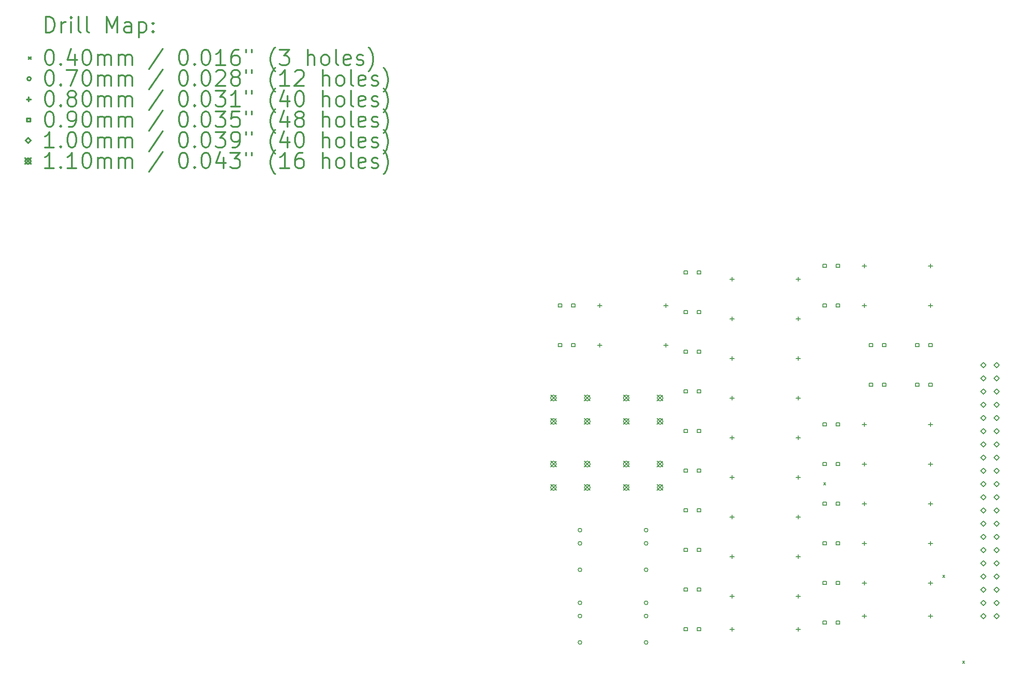
<source format=gbr>
%FSLAX45Y45*%
G04 Gerber Fmt 4.5, Leading zero omitted, Abs format (unit mm)*
G04 Created by KiCad (PCBNEW (5.1.5)-3) date 2020-04-13 15:09:35*
%MOMM*%
%LPD*%
G04 APERTURE LIST*
%ADD10C,0.200000*%
%ADD11C,0.300000*%
G04 APERTURE END LIST*
D10*
X15220000Y-9124000D02*
X15260000Y-9164000D01*
X15260000Y-9124000D02*
X15220000Y-9164000D01*
X17506000Y-10902000D02*
X17546000Y-10942000D01*
X17546000Y-10902000D02*
X17506000Y-10942000D01*
X17887000Y-12553000D02*
X17927000Y-12593000D01*
X17927000Y-12553000D02*
X17887000Y-12593000D01*
X11846000Y-11430000D02*
G75*
G03X11846000Y-11430000I-35000J0D01*
G01*
X11846000Y-11684000D02*
G75*
G03X11846000Y-11684000I-35000J0D01*
G01*
X11846000Y-12192000D02*
G75*
G03X11846000Y-12192000I-35000J0D01*
G01*
X10576000Y-10033000D02*
G75*
G03X10576000Y-10033000I-35000J0D01*
G01*
X10576000Y-10287000D02*
G75*
G03X10576000Y-10287000I-35000J0D01*
G01*
X10576000Y-10795000D02*
G75*
G03X10576000Y-10795000I-35000J0D01*
G01*
X11846000Y-10033000D02*
G75*
G03X11846000Y-10033000I-35000J0D01*
G01*
X11846000Y-10287000D02*
G75*
G03X11846000Y-10287000I-35000J0D01*
G01*
X11846000Y-10795000D02*
G75*
G03X11846000Y-10795000I-35000J0D01*
G01*
X10576000Y-11430000D02*
G75*
G03X10576000Y-11430000I-35000J0D01*
G01*
X10576000Y-11684000D02*
G75*
G03X10576000Y-11684000I-35000J0D01*
G01*
X10576000Y-12192000D02*
G75*
G03X10576000Y-12192000I-35000J0D01*
G01*
X16002000Y-4913000D02*
X16002000Y-4993000D01*
X15962000Y-4953000D02*
X16042000Y-4953000D01*
X17272000Y-4913000D02*
X17272000Y-4993000D01*
X17232000Y-4953000D02*
X17312000Y-4953000D01*
X13462000Y-11898000D02*
X13462000Y-11978000D01*
X13422000Y-11938000D02*
X13502000Y-11938000D01*
X14732000Y-11898000D02*
X14732000Y-11978000D01*
X14692000Y-11938000D02*
X14772000Y-11938000D01*
X13462000Y-8977000D02*
X13462000Y-9057000D01*
X13422000Y-9017000D02*
X13502000Y-9017000D01*
X14732000Y-8977000D02*
X14732000Y-9057000D01*
X14692000Y-9017000D02*
X14772000Y-9017000D01*
X16002000Y-8723000D02*
X16002000Y-8803000D01*
X15962000Y-8763000D02*
X16042000Y-8763000D01*
X17272000Y-8723000D02*
X17272000Y-8803000D01*
X17232000Y-8763000D02*
X17312000Y-8763000D01*
X16002000Y-10247000D02*
X16002000Y-10327000D01*
X15962000Y-10287000D02*
X16042000Y-10287000D01*
X17272000Y-10247000D02*
X17272000Y-10327000D01*
X17232000Y-10287000D02*
X17312000Y-10287000D01*
X13462000Y-6691000D02*
X13462000Y-6771000D01*
X13422000Y-6731000D02*
X13502000Y-6731000D01*
X14732000Y-6691000D02*
X14732000Y-6771000D01*
X14692000Y-6731000D02*
X14772000Y-6731000D01*
X13462000Y-10501000D02*
X13462000Y-10581000D01*
X13422000Y-10541000D02*
X13502000Y-10541000D01*
X14732000Y-10501000D02*
X14732000Y-10581000D01*
X14692000Y-10541000D02*
X14772000Y-10541000D01*
X16002000Y-9485000D02*
X16002000Y-9565000D01*
X15962000Y-9525000D02*
X16042000Y-9525000D01*
X17272000Y-9485000D02*
X17272000Y-9565000D01*
X17232000Y-9525000D02*
X17312000Y-9525000D01*
X13462000Y-7453000D02*
X13462000Y-7533000D01*
X13422000Y-7493000D02*
X13502000Y-7493000D01*
X14732000Y-7453000D02*
X14732000Y-7533000D01*
X14692000Y-7493000D02*
X14772000Y-7493000D01*
X10922000Y-5675000D02*
X10922000Y-5755000D01*
X10882000Y-5715000D02*
X10962000Y-5715000D01*
X12192000Y-5675000D02*
X12192000Y-5755000D01*
X12152000Y-5715000D02*
X12232000Y-5715000D01*
X10922000Y-6437000D02*
X10922000Y-6517000D01*
X10882000Y-6477000D02*
X10962000Y-6477000D01*
X12192000Y-6437000D02*
X12192000Y-6517000D01*
X12152000Y-6477000D02*
X12232000Y-6477000D01*
X16002000Y-7961000D02*
X16002000Y-8041000D01*
X15962000Y-8001000D02*
X16042000Y-8001000D01*
X17272000Y-7961000D02*
X17272000Y-8041000D01*
X17232000Y-8001000D02*
X17312000Y-8001000D01*
X13462000Y-11263000D02*
X13462000Y-11343000D01*
X13422000Y-11303000D02*
X13502000Y-11303000D01*
X14732000Y-11263000D02*
X14732000Y-11343000D01*
X14692000Y-11303000D02*
X14772000Y-11303000D01*
X13462000Y-5929000D02*
X13462000Y-6009000D01*
X13422000Y-5969000D02*
X13502000Y-5969000D01*
X14732000Y-5929000D02*
X14732000Y-6009000D01*
X14692000Y-5969000D02*
X14772000Y-5969000D01*
X16002000Y-11009000D02*
X16002000Y-11089000D01*
X15962000Y-11049000D02*
X16042000Y-11049000D01*
X17272000Y-11009000D02*
X17272000Y-11089000D01*
X17232000Y-11049000D02*
X17312000Y-11049000D01*
X13462000Y-9739000D02*
X13462000Y-9819000D01*
X13422000Y-9779000D02*
X13502000Y-9779000D01*
X14732000Y-9739000D02*
X14732000Y-9819000D01*
X14692000Y-9779000D02*
X14772000Y-9779000D01*
X13462000Y-8215000D02*
X13462000Y-8295000D01*
X13422000Y-8255000D02*
X13502000Y-8255000D01*
X14732000Y-8215000D02*
X14732000Y-8295000D01*
X14692000Y-8255000D02*
X14772000Y-8255000D01*
X16002000Y-11644000D02*
X16002000Y-11724000D01*
X15962000Y-11684000D02*
X16042000Y-11684000D01*
X17272000Y-11644000D02*
X17272000Y-11724000D01*
X17232000Y-11684000D02*
X17312000Y-11684000D01*
X13462000Y-5167000D02*
X13462000Y-5247000D01*
X13422000Y-5207000D02*
X13502000Y-5207000D01*
X14732000Y-5167000D02*
X14732000Y-5247000D01*
X14692000Y-5207000D02*
X14772000Y-5207000D01*
X16002000Y-5675000D02*
X16002000Y-5755000D01*
X15962000Y-5715000D02*
X16042000Y-5715000D01*
X17272000Y-5675000D02*
X17272000Y-5755000D01*
X17232000Y-5715000D02*
X17312000Y-5715000D01*
X16160820Y-7270820D02*
X16160820Y-7207180D01*
X16097180Y-7207180D01*
X16097180Y-7270820D01*
X16160820Y-7270820D01*
X16414820Y-7270820D02*
X16414820Y-7207180D01*
X16351180Y-7207180D01*
X16351180Y-7270820D01*
X16414820Y-7270820D01*
X12604820Y-9683820D02*
X12604820Y-9620180D01*
X12541180Y-9620180D01*
X12541180Y-9683820D01*
X12604820Y-9683820D01*
X12858820Y-9683820D02*
X12858820Y-9620180D01*
X12795180Y-9620180D01*
X12795180Y-9683820D01*
X12858820Y-9683820D01*
X12604820Y-11207820D02*
X12604820Y-11144180D01*
X12541180Y-11144180D01*
X12541180Y-11207820D01*
X12604820Y-11207820D01*
X12858820Y-11207820D02*
X12858820Y-11144180D01*
X12795180Y-11144180D01*
X12795180Y-11207820D01*
X12858820Y-11207820D01*
X17049820Y-6508820D02*
X17049820Y-6445180D01*
X16986180Y-6445180D01*
X16986180Y-6508820D01*
X17049820Y-6508820D01*
X17303820Y-6508820D02*
X17303820Y-6445180D01*
X17240180Y-6445180D01*
X17240180Y-6508820D01*
X17303820Y-6508820D01*
X12604820Y-10445820D02*
X12604820Y-10382180D01*
X12541180Y-10382180D01*
X12541180Y-10445820D01*
X12604820Y-10445820D01*
X12858820Y-10445820D02*
X12858820Y-10382180D01*
X12795180Y-10382180D01*
X12795180Y-10445820D01*
X12858820Y-10445820D01*
X15271820Y-11842820D02*
X15271820Y-11779180D01*
X15208180Y-11779180D01*
X15208180Y-11842820D01*
X15271820Y-11842820D01*
X15525820Y-11842820D02*
X15525820Y-11779180D01*
X15462180Y-11779180D01*
X15462180Y-11842820D01*
X15525820Y-11842820D01*
X15271820Y-10318820D02*
X15271820Y-10255180D01*
X15208180Y-10255180D01*
X15208180Y-10318820D01*
X15271820Y-10318820D01*
X15525820Y-10318820D02*
X15525820Y-10255180D01*
X15462180Y-10255180D01*
X15462180Y-10318820D01*
X15525820Y-10318820D01*
X15271820Y-5746820D02*
X15271820Y-5683180D01*
X15208180Y-5683180D01*
X15208180Y-5746820D01*
X15271820Y-5746820D01*
X15525820Y-5746820D02*
X15525820Y-5683180D01*
X15462180Y-5683180D01*
X15462180Y-5746820D01*
X15525820Y-5746820D01*
X15271820Y-11080820D02*
X15271820Y-11017180D01*
X15208180Y-11017180D01*
X15208180Y-11080820D01*
X15271820Y-11080820D01*
X15525820Y-11080820D02*
X15525820Y-11017180D01*
X15462180Y-11017180D01*
X15462180Y-11080820D01*
X15525820Y-11080820D01*
X12604820Y-6635820D02*
X12604820Y-6572180D01*
X12541180Y-6572180D01*
X12541180Y-6635820D01*
X12604820Y-6635820D01*
X12858820Y-6635820D02*
X12858820Y-6572180D01*
X12795180Y-6572180D01*
X12795180Y-6635820D01*
X12858820Y-6635820D01*
X12604820Y-5873820D02*
X12604820Y-5810180D01*
X12541180Y-5810180D01*
X12541180Y-5873820D01*
X12604820Y-5873820D01*
X12858820Y-5873820D02*
X12858820Y-5810180D01*
X12795180Y-5810180D01*
X12795180Y-5873820D01*
X12858820Y-5873820D01*
X10191820Y-6508820D02*
X10191820Y-6445180D01*
X10128180Y-6445180D01*
X10128180Y-6508820D01*
X10191820Y-6508820D01*
X10445820Y-6508820D02*
X10445820Y-6445180D01*
X10382180Y-6445180D01*
X10382180Y-6508820D01*
X10445820Y-6508820D01*
X10191820Y-5746820D02*
X10191820Y-5683180D01*
X10128180Y-5683180D01*
X10128180Y-5746820D01*
X10191820Y-5746820D01*
X10445820Y-5746820D02*
X10445820Y-5683180D01*
X10382180Y-5683180D01*
X10382180Y-5746820D01*
X10445820Y-5746820D01*
X15271820Y-9556820D02*
X15271820Y-9493180D01*
X15208180Y-9493180D01*
X15208180Y-9556820D01*
X15271820Y-9556820D01*
X15525820Y-9556820D02*
X15525820Y-9493180D01*
X15462180Y-9493180D01*
X15462180Y-9556820D01*
X15525820Y-9556820D01*
X17049820Y-7270820D02*
X17049820Y-7207180D01*
X16986180Y-7207180D01*
X16986180Y-7270820D01*
X17049820Y-7270820D01*
X17303820Y-7270820D02*
X17303820Y-7207180D01*
X17240180Y-7207180D01*
X17240180Y-7270820D01*
X17303820Y-7270820D01*
X15271820Y-4984820D02*
X15271820Y-4921180D01*
X15208180Y-4921180D01*
X15208180Y-4984820D01*
X15271820Y-4984820D01*
X15525820Y-4984820D02*
X15525820Y-4921180D01*
X15462180Y-4921180D01*
X15462180Y-4984820D01*
X15525820Y-4984820D01*
X12604820Y-8921820D02*
X12604820Y-8858180D01*
X12541180Y-8858180D01*
X12541180Y-8921820D01*
X12604820Y-8921820D01*
X12858820Y-8921820D02*
X12858820Y-8858180D01*
X12795180Y-8858180D01*
X12795180Y-8921820D01*
X12858820Y-8921820D01*
X12604820Y-11969820D02*
X12604820Y-11906180D01*
X12541180Y-11906180D01*
X12541180Y-11969820D01*
X12604820Y-11969820D01*
X12858820Y-11969820D02*
X12858820Y-11906180D01*
X12795180Y-11906180D01*
X12795180Y-11969820D01*
X12858820Y-11969820D01*
X16160820Y-6508820D02*
X16160820Y-6445180D01*
X16097180Y-6445180D01*
X16097180Y-6508820D01*
X16160820Y-6508820D01*
X16414820Y-6508820D02*
X16414820Y-6445180D01*
X16351180Y-6445180D01*
X16351180Y-6508820D01*
X16414820Y-6508820D01*
X15271820Y-8794820D02*
X15271820Y-8731180D01*
X15208180Y-8731180D01*
X15208180Y-8794820D01*
X15271820Y-8794820D01*
X15525820Y-8794820D02*
X15525820Y-8731180D01*
X15462180Y-8731180D01*
X15462180Y-8794820D01*
X15525820Y-8794820D01*
X15271820Y-8032820D02*
X15271820Y-7969180D01*
X15208180Y-7969180D01*
X15208180Y-8032820D01*
X15271820Y-8032820D01*
X15525820Y-8032820D02*
X15525820Y-7969180D01*
X15462180Y-7969180D01*
X15462180Y-8032820D01*
X15525820Y-8032820D01*
X12604820Y-7397820D02*
X12604820Y-7334180D01*
X12541180Y-7334180D01*
X12541180Y-7397820D01*
X12604820Y-7397820D01*
X12858820Y-7397820D02*
X12858820Y-7334180D01*
X12795180Y-7334180D01*
X12795180Y-7397820D01*
X12858820Y-7397820D01*
X12604820Y-5111820D02*
X12604820Y-5048180D01*
X12541180Y-5048180D01*
X12541180Y-5111820D01*
X12604820Y-5111820D01*
X12858820Y-5111820D02*
X12858820Y-5048180D01*
X12795180Y-5048180D01*
X12795180Y-5111820D01*
X12858820Y-5111820D01*
X12604820Y-8159820D02*
X12604820Y-8096180D01*
X12541180Y-8096180D01*
X12541180Y-8159820D01*
X12604820Y-8159820D01*
X12858820Y-8159820D02*
X12858820Y-8096180D01*
X12795180Y-8096180D01*
X12795180Y-8159820D01*
X12858820Y-8159820D01*
X18288000Y-6908000D02*
X18338000Y-6858000D01*
X18288000Y-6808000D01*
X18238000Y-6858000D01*
X18288000Y-6908000D01*
X18288000Y-7162000D02*
X18338000Y-7112000D01*
X18288000Y-7062000D01*
X18238000Y-7112000D01*
X18288000Y-7162000D01*
X18288000Y-7416000D02*
X18338000Y-7366000D01*
X18288000Y-7316000D01*
X18238000Y-7366000D01*
X18288000Y-7416000D01*
X18288000Y-7670000D02*
X18338000Y-7620000D01*
X18288000Y-7570000D01*
X18238000Y-7620000D01*
X18288000Y-7670000D01*
X18288000Y-7924000D02*
X18338000Y-7874000D01*
X18288000Y-7824000D01*
X18238000Y-7874000D01*
X18288000Y-7924000D01*
X18288000Y-8178000D02*
X18338000Y-8128000D01*
X18288000Y-8078000D01*
X18238000Y-8128000D01*
X18288000Y-8178000D01*
X18288000Y-8432000D02*
X18338000Y-8382000D01*
X18288000Y-8332000D01*
X18238000Y-8382000D01*
X18288000Y-8432000D01*
X18288000Y-8686000D02*
X18338000Y-8636000D01*
X18288000Y-8586000D01*
X18238000Y-8636000D01*
X18288000Y-8686000D01*
X18288000Y-8940000D02*
X18338000Y-8890000D01*
X18288000Y-8840000D01*
X18238000Y-8890000D01*
X18288000Y-8940000D01*
X18288000Y-9194000D02*
X18338000Y-9144000D01*
X18288000Y-9094000D01*
X18238000Y-9144000D01*
X18288000Y-9194000D01*
X18288000Y-9448000D02*
X18338000Y-9398000D01*
X18288000Y-9348000D01*
X18238000Y-9398000D01*
X18288000Y-9448000D01*
X18288000Y-9702000D02*
X18338000Y-9652000D01*
X18288000Y-9602000D01*
X18238000Y-9652000D01*
X18288000Y-9702000D01*
X18288000Y-9956000D02*
X18338000Y-9906000D01*
X18288000Y-9856000D01*
X18238000Y-9906000D01*
X18288000Y-9956000D01*
X18288000Y-10210000D02*
X18338000Y-10160000D01*
X18288000Y-10110000D01*
X18238000Y-10160000D01*
X18288000Y-10210000D01*
X18288000Y-10464000D02*
X18338000Y-10414000D01*
X18288000Y-10364000D01*
X18238000Y-10414000D01*
X18288000Y-10464000D01*
X18288000Y-10718000D02*
X18338000Y-10668000D01*
X18288000Y-10618000D01*
X18238000Y-10668000D01*
X18288000Y-10718000D01*
X18288000Y-10972000D02*
X18338000Y-10922000D01*
X18288000Y-10872000D01*
X18238000Y-10922000D01*
X18288000Y-10972000D01*
X18288000Y-11226000D02*
X18338000Y-11176000D01*
X18288000Y-11126000D01*
X18238000Y-11176000D01*
X18288000Y-11226000D01*
X18288000Y-11480000D02*
X18338000Y-11430000D01*
X18288000Y-11380000D01*
X18238000Y-11430000D01*
X18288000Y-11480000D01*
X18288000Y-11734000D02*
X18338000Y-11684000D01*
X18288000Y-11634000D01*
X18238000Y-11684000D01*
X18288000Y-11734000D01*
X18542000Y-6908000D02*
X18592000Y-6858000D01*
X18542000Y-6808000D01*
X18492000Y-6858000D01*
X18542000Y-6908000D01*
X18542000Y-7162000D02*
X18592000Y-7112000D01*
X18542000Y-7062000D01*
X18492000Y-7112000D01*
X18542000Y-7162000D01*
X18542000Y-7416000D02*
X18592000Y-7366000D01*
X18542000Y-7316000D01*
X18492000Y-7366000D01*
X18542000Y-7416000D01*
X18542000Y-7670000D02*
X18592000Y-7620000D01*
X18542000Y-7570000D01*
X18492000Y-7620000D01*
X18542000Y-7670000D01*
X18542000Y-7924000D02*
X18592000Y-7874000D01*
X18542000Y-7824000D01*
X18492000Y-7874000D01*
X18542000Y-7924000D01*
X18542000Y-8178000D02*
X18592000Y-8128000D01*
X18542000Y-8078000D01*
X18492000Y-8128000D01*
X18542000Y-8178000D01*
X18542000Y-8432000D02*
X18592000Y-8382000D01*
X18542000Y-8332000D01*
X18492000Y-8382000D01*
X18542000Y-8432000D01*
X18542000Y-8686000D02*
X18592000Y-8636000D01*
X18542000Y-8586000D01*
X18492000Y-8636000D01*
X18542000Y-8686000D01*
X18542000Y-8940000D02*
X18592000Y-8890000D01*
X18542000Y-8840000D01*
X18492000Y-8890000D01*
X18542000Y-8940000D01*
X18542000Y-9194000D02*
X18592000Y-9144000D01*
X18542000Y-9094000D01*
X18492000Y-9144000D01*
X18542000Y-9194000D01*
X18542000Y-9448000D02*
X18592000Y-9398000D01*
X18542000Y-9348000D01*
X18492000Y-9398000D01*
X18542000Y-9448000D01*
X18542000Y-9702000D02*
X18592000Y-9652000D01*
X18542000Y-9602000D01*
X18492000Y-9652000D01*
X18542000Y-9702000D01*
X18542000Y-9956000D02*
X18592000Y-9906000D01*
X18542000Y-9856000D01*
X18492000Y-9906000D01*
X18542000Y-9956000D01*
X18542000Y-10210000D02*
X18592000Y-10160000D01*
X18542000Y-10110000D01*
X18492000Y-10160000D01*
X18542000Y-10210000D01*
X18542000Y-10464000D02*
X18592000Y-10414000D01*
X18542000Y-10364000D01*
X18492000Y-10414000D01*
X18542000Y-10464000D01*
X18542000Y-10718000D02*
X18592000Y-10668000D01*
X18542000Y-10618000D01*
X18492000Y-10668000D01*
X18542000Y-10718000D01*
X18542000Y-10972000D02*
X18592000Y-10922000D01*
X18542000Y-10872000D01*
X18492000Y-10922000D01*
X18542000Y-10972000D01*
X18542000Y-11226000D02*
X18592000Y-11176000D01*
X18542000Y-11126000D01*
X18492000Y-11176000D01*
X18542000Y-11226000D01*
X18542000Y-11480000D02*
X18592000Y-11430000D01*
X18542000Y-11380000D01*
X18492000Y-11430000D01*
X18542000Y-11480000D01*
X18542000Y-11734000D02*
X18592000Y-11684000D01*
X18542000Y-11634000D01*
X18492000Y-11684000D01*
X18542000Y-11734000D01*
X9978000Y-8708000D02*
X10088000Y-8818000D01*
X10088000Y-8708000D02*
X9978000Y-8818000D01*
X10088000Y-8763000D02*
G75*
G03X10088000Y-8763000I-55000J0D01*
G01*
X9978000Y-9158000D02*
X10088000Y-9268000D01*
X10088000Y-9158000D02*
X9978000Y-9268000D01*
X10088000Y-9213000D02*
G75*
G03X10088000Y-9213000I-55000J0D01*
G01*
X10628000Y-8708000D02*
X10738000Y-8818000D01*
X10738000Y-8708000D02*
X10628000Y-8818000D01*
X10738000Y-8763000D02*
G75*
G03X10738000Y-8763000I-55000J0D01*
G01*
X10628000Y-9158000D02*
X10738000Y-9268000D01*
X10738000Y-9158000D02*
X10628000Y-9268000D01*
X10738000Y-9213000D02*
G75*
G03X10738000Y-9213000I-55000J0D01*
G01*
X11375000Y-7438000D02*
X11485000Y-7548000D01*
X11485000Y-7438000D02*
X11375000Y-7548000D01*
X11485000Y-7493000D02*
G75*
G03X11485000Y-7493000I-55000J0D01*
G01*
X11375000Y-7888000D02*
X11485000Y-7998000D01*
X11485000Y-7888000D02*
X11375000Y-7998000D01*
X11485000Y-7943000D02*
G75*
G03X11485000Y-7943000I-55000J0D01*
G01*
X12025000Y-7438000D02*
X12135000Y-7548000D01*
X12135000Y-7438000D02*
X12025000Y-7548000D01*
X12135000Y-7493000D02*
G75*
G03X12135000Y-7493000I-55000J0D01*
G01*
X12025000Y-7888000D02*
X12135000Y-7998000D01*
X12135000Y-7888000D02*
X12025000Y-7998000D01*
X12135000Y-7943000D02*
G75*
G03X12135000Y-7943000I-55000J0D01*
G01*
X9978000Y-7438000D02*
X10088000Y-7548000D01*
X10088000Y-7438000D02*
X9978000Y-7548000D01*
X10088000Y-7493000D02*
G75*
G03X10088000Y-7493000I-55000J0D01*
G01*
X9978000Y-7888000D02*
X10088000Y-7998000D01*
X10088000Y-7888000D02*
X9978000Y-7998000D01*
X10088000Y-7943000D02*
G75*
G03X10088000Y-7943000I-55000J0D01*
G01*
X10628000Y-7438000D02*
X10738000Y-7548000D01*
X10738000Y-7438000D02*
X10628000Y-7548000D01*
X10738000Y-7493000D02*
G75*
G03X10738000Y-7493000I-55000J0D01*
G01*
X10628000Y-7888000D02*
X10738000Y-7998000D01*
X10738000Y-7888000D02*
X10628000Y-7998000D01*
X10738000Y-7943000D02*
G75*
G03X10738000Y-7943000I-55000J0D01*
G01*
X11375000Y-8708000D02*
X11485000Y-8818000D01*
X11485000Y-8708000D02*
X11375000Y-8818000D01*
X11485000Y-8763000D02*
G75*
G03X11485000Y-8763000I-55000J0D01*
G01*
X11375000Y-9158000D02*
X11485000Y-9268000D01*
X11485000Y-9158000D02*
X11375000Y-9268000D01*
X11485000Y-9213000D02*
G75*
G03X11485000Y-9213000I-55000J0D01*
G01*
X12025000Y-8708000D02*
X12135000Y-8818000D01*
X12135000Y-8708000D02*
X12025000Y-8818000D01*
X12135000Y-8763000D02*
G75*
G03X12135000Y-8763000I-55000J0D01*
G01*
X12025000Y-9158000D02*
X12135000Y-9268000D01*
X12135000Y-9158000D02*
X12025000Y-9268000D01*
X12135000Y-9213000D02*
G75*
G03X12135000Y-9213000I-55000J0D01*
G01*
D11*
X286429Y-465714D02*
X286429Y-165714D01*
X357857Y-165714D01*
X400714Y-180000D01*
X429286Y-208571D01*
X443571Y-237143D01*
X457857Y-294286D01*
X457857Y-337143D01*
X443571Y-394286D01*
X429286Y-422857D01*
X400714Y-451428D01*
X357857Y-465714D01*
X286429Y-465714D01*
X586429Y-465714D02*
X586429Y-265714D01*
X586429Y-322857D02*
X600714Y-294286D01*
X615000Y-280000D01*
X643571Y-265714D01*
X672143Y-265714D01*
X772143Y-465714D02*
X772143Y-265714D01*
X772143Y-165714D02*
X757857Y-180000D01*
X772143Y-194286D01*
X786428Y-180000D01*
X772143Y-165714D01*
X772143Y-194286D01*
X957857Y-465714D02*
X929286Y-451428D01*
X915000Y-422857D01*
X915000Y-165714D01*
X1115000Y-465714D02*
X1086429Y-451428D01*
X1072143Y-422857D01*
X1072143Y-165714D01*
X1457857Y-465714D02*
X1457857Y-165714D01*
X1557857Y-380000D01*
X1657857Y-165714D01*
X1657857Y-465714D01*
X1929286Y-465714D02*
X1929286Y-308571D01*
X1915000Y-280000D01*
X1886428Y-265714D01*
X1829286Y-265714D01*
X1800714Y-280000D01*
X1929286Y-451428D02*
X1900714Y-465714D01*
X1829286Y-465714D01*
X1800714Y-451428D01*
X1786428Y-422857D01*
X1786428Y-394286D01*
X1800714Y-365714D01*
X1829286Y-351428D01*
X1900714Y-351428D01*
X1929286Y-337143D01*
X2072143Y-265714D02*
X2072143Y-565714D01*
X2072143Y-280000D02*
X2100714Y-265714D01*
X2157857Y-265714D01*
X2186429Y-280000D01*
X2200714Y-294286D01*
X2215000Y-322857D01*
X2215000Y-408571D01*
X2200714Y-437143D01*
X2186429Y-451428D01*
X2157857Y-465714D01*
X2100714Y-465714D01*
X2072143Y-451428D01*
X2343571Y-437143D02*
X2357857Y-451428D01*
X2343571Y-465714D01*
X2329286Y-451428D01*
X2343571Y-437143D01*
X2343571Y-465714D01*
X2343571Y-280000D02*
X2357857Y-294286D01*
X2343571Y-308571D01*
X2329286Y-294286D01*
X2343571Y-280000D01*
X2343571Y-308571D01*
X-40000Y-940000D02*
X0Y-980000D01*
X0Y-940000D02*
X-40000Y-980000D01*
X343571Y-795714D02*
X372143Y-795714D01*
X400714Y-810000D01*
X415000Y-824286D01*
X429286Y-852857D01*
X443571Y-910000D01*
X443571Y-981428D01*
X429286Y-1038571D01*
X415000Y-1067143D01*
X400714Y-1081429D01*
X372143Y-1095714D01*
X343571Y-1095714D01*
X315000Y-1081429D01*
X300714Y-1067143D01*
X286429Y-1038571D01*
X272143Y-981428D01*
X272143Y-910000D01*
X286429Y-852857D01*
X300714Y-824286D01*
X315000Y-810000D01*
X343571Y-795714D01*
X572143Y-1067143D02*
X586429Y-1081429D01*
X572143Y-1095714D01*
X557857Y-1081429D01*
X572143Y-1067143D01*
X572143Y-1095714D01*
X843571Y-895714D02*
X843571Y-1095714D01*
X772143Y-781428D02*
X700714Y-995714D01*
X886428Y-995714D01*
X1057857Y-795714D02*
X1086429Y-795714D01*
X1115000Y-810000D01*
X1129286Y-824286D01*
X1143571Y-852857D01*
X1157857Y-910000D01*
X1157857Y-981428D01*
X1143571Y-1038571D01*
X1129286Y-1067143D01*
X1115000Y-1081429D01*
X1086429Y-1095714D01*
X1057857Y-1095714D01*
X1029286Y-1081429D01*
X1015000Y-1067143D01*
X1000714Y-1038571D01*
X986428Y-981428D01*
X986428Y-910000D01*
X1000714Y-852857D01*
X1015000Y-824286D01*
X1029286Y-810000D01*
X1057857Y-795714D01*
X1286429Y-1095714D02*
X1286429Y-895714D01*
X1286429Y-924286D02*
X1300714Y-910000D01*
X1329286Y-895714D01*
X1372143Y-895714D01*
X1400714Y-910000D01*
X1415000Y-938571D01*
X1415000Y-1095714D01*
X1415000Y-938571D02*
X1429286Y-910000D01*
X1457857Y-895714D01*
X1500714Y-895714D01*
X1529286Y-910000D01*
X1543571Y-938571D01*
X1543571Y-1095714D01*
X1686428Y-1095714D02*
X1686428Y-895714D01*
X1686428Y-924286D02*
X1700714Y-910000D01*
X1729286Y-895714D01*
X1772143Y-895714D01*
X1800714Y-910000D01*
X1815000Y-938571D01*
X1815000Y-1095714D01*
X1815000Y-938571D02*
X1829286Y-910000D01*
X1857857Y-895714D01*
X1900714Y-895714D01*
X1929286Y-910000D01*
X1943571Y-938571D01*
X1943571Y-1095714D01*
X2529286Y-781428D02*
X2272143Y-1167143D01*
X2915000Y-795714D02*
X2943571Y-795714D01*
X2972143Y-810000D01*
X2986428Y-824286D01*
X3000714Y-852857D01*
X3015000Y-910000D01*
X3015000Y-981428D01*
X3000714Y-1038571D01*
X2986428Y-1067143D01*
X2972143Y-1081429D01*
X2943571Y-1095714D01*
X2915000Y-1095714D01*
X2886428Y-1081429D01*
X2872143Y-1067143D01*
X2857857Y-1038571D01*
X2843571Y-981428D01*
X2843571Y-910000D01*
X2857857Y-852857D01*
X2872143Y-824286D01*
X2886428Y-810000D01*
X2915000Y-795714D01*
X3143571Y-1067143D02*
X3157857Y-1081429D01*
X3143571Y-1095714D01*
X3129286Y-1081429D01*
X3143571Y-1067143D01*
X3143571Y-1095714D01*
X3343571Y-795714D02*
X3372143Y-795714D01*
X3400714Y-810000D01*
X3415000Y-824286D01*
X3429286Y-852857D01*
X3443571Y-910000D01*
X3443571Y-981428D01*
X3429286Y-1038571D01*
X3415000Y-1067143D01*
X3400714Y-1081429D01*
X3372143Y-1095714D01*
X3343571Y-1095714D01*
X3315000Y-1081429D01*
X3300714Y-1067143D01*
X3286428Y-1038571D01*
X3272143Y-981428D01*
X3272143Y-910000D01*
X3286428Y-852857D01*
X3300714Y-824286D01*
X3315000Y-810000D01*
X3343571Y-795714D01*
X3729286Y-1095714D02*
X3557857Y-1095714D01*
X3643571Y-1095714D02*
X3643571Y-795714D01*
X3615000Y-838571D01*
X3586428Y-867143D01*
X3557857Y-881428D01*
X3986428Y-795714D02*
X3929286Y-795714D01*
X3900714Y-810000D01*
X3886428Y-824286D01*
X3857857Y-867143D01*
X3843571Y-924286D01*
X3843571Y-1038571D01*
X3857857Y-1067143D01*
X3872143Y-1081429D01*
X3900714Y-1095714D01*
X3957857Y-1095714D01*
X3986428Y-1081429D01*
X4000714Y-1067143D01*
X4015000Y-1038571D01*
X4015000Y-967143D01*
X4000714Y-938571D01*
X3986428Y-924286D01*
X3957857Y-910000D01*
X3900714Y-910000D01*
X3872143Y-924286D01*
X3857857Y-938571D01*
X3843571Y-967143D01*
X4129286Y-795714D02*
X4129286Y-852857D01*
X4243571Y-795714D02*
X4243571Y-852857D01*
X4686429Y-1210000D02*
X4672143Y-1195714D01*
X4643571Y-1152857D01*
X4629286Y-1124286D01*
X4615000Y-1081429D01*
X4600714Y-1010000D01*
X4600714Y-952857D01*
X4615000Y-881428D01*
X4629286Y-838571D01*
X4643571Y-810000D01*
X4672143Y-767143D01*
X4686429Y-752857D01*
X4772143Y-795714D02*
X4957857Y-795714D01*
X4857857Y-910000D01*
X4900714Y-910000D01*
X4929286Y-924286D01*
X4943571Y-938571D01*
X4957857Y-967143D01*
X4957857Y-1038571D01*
X4943571Y-1067143D01*
X4929286Y-1081429D01*
X4900714Y-1095714D01*
X4815000Y-1095714D01*
X4786429Y-1081429D01*
X4772143Y-1067143D01*
X5315000Y-1095714D02*
X5315000Y-795714D01*
X5443571Y-1095714D02*
X5443571Y-938571D01*
X5429286Y-910000D01*
X5400714Y-895714D01*
X5357857Y-895714D01*
X5329286Y-910000D01*
X5315000Y-924286D01*
X5629286Y-1095714D02*
X5600714Y-1081429D01*
X5586429Y-1067143D01*
X5572143Y-1038571D01*
X5572143Y-952857D01*
X5586429Y-924286D01*
X5600714Y-910000D01*
X5629286Y-895714D01*
X5672143Y-895714D01*
X5700714Y-910000D01*
X5715000Y-924286D01*
X5729286Y-952857D01*
X5729286Y-1038571D01*
X5715000Y-1067143D01*
X5700714Y-1081429D01*
X5672143Y-1095714D01*
X5629286Y-1095714D01*
X5900714Y-1095714D02*
X5872143Y-1081429D01*
X5857857Y-1052857D01*
X5857857Y-795714D01*
X6129286Y-1081429D02*
X6100714Y-1095714D01*
X6043571Y-1095714D01*
X6015000Y-1081429D01*
X6000714Y-1052857D01*
X6000714Y-938571D01*
X6015000Y-910000D01*
X6043571Y-895714D01*
X6100714Y-895714D01*
X6129286Y-910000D01*
X6143571Y-938571D01*
X6143571Y-967143D01*
X6000714Y-995714D01*
X6257857Y-1081429D02*
X6286428Y-1095714D01*
X6343571Y-1095714D01*
X6372143Y-1081429D01*
X6386428Y-1052857D01*
X6386428Y-1038571D01*
X6372143Y-1010000D01*
X6343571Y-995714D01*
X6300714Y-995714D01*
X6272143Y-981428D01*
X6257857Y-952857D01*
X6257857Y-938571D01*
X6272143Y-910000D01*
X6300714Y-895714D01*
X6343571Y-895714D01*
X6372143Y-910000D01*
X6486428Y-1210000D02*
X6500714Y-1195714D01*
X6529286Y-1152857D01*
X6543571Y-1124286D01*
X6557857Y-1081429D01*
X6572143Y-1010000D01*
X6572143Y-952857D01*
X6557857Y-881428D01*
X6543571Y-838571D01*
X6529286Y-810000D01*
X6500714Y-767143D01*
X6486428Y-752857D01*
X0Y-1356000D02*
G75*
G03X0Y-1356000I-35000J0D01*
G01*
X343571Y-1191714D02*
X372143Y-1191714D01*
X400714Y-1206000D01*
X415000Y-1220286D01*
X429286Y-1248857D01*
X443571Y-1306000D01*
X443571Y-1377429D01*
X429286Y-1434571D01*
X415000Y-1463143D01*
X400714Y-1477428D01*
X372143Y-1491714D01*
X343571Y-1491714D01*
X315000Y-1477428D01*
X300714Y-1463143D01*
X286429Y-1434571D01*
X272143Y-1377429D01*
X272143Y-1306000D01*
X286429Y-1248857D01*
X300714Y-1220286D01*
X315000Y-1206000D01*
X343571Y-1191714D01*
X572143Y-1463143D02*
X586429Y-1477428D01*
X572143Y-1491714D01*
X557857Y-1477428D01*
X572143Y-1463143D01*
X572143Y-1491714D01*
X686429Y-1191714D02*
X886428Y-1191714D01*
X757857Y-1491714D01*
X1057857Y-1191714D02*
X1086429Y-1191714D01*
X1115000Y-1206000D01*
X1129286Y-1220286D01*
X1143571Y-1248857D01*
X1157857Y-1306000D01*
X1157857Y-1377429D01*
X1143571Y-1434571D01*
X1129286Y-1463143D01*
X1115000Y-1477428D01*
X1086429Y-1491714D01*
X1057857Y-1491714D01*
X1029286Y-1477428D01*
X1015000Y-1463143D01*
X1000714Y-1434571D01*
X986428Y-1377429D01*
X986428Y-1306000D01*
X1000714Y-1248857D01*
X1015000Y-1220286D01*
X1029286Y-1206000D01*
X1057857Y-1191714D01*
X1286429Y-1491714D02*
X1286429Y-1291714D01*
X1286429Y-1320286D02*
X1300714Y-1306000D01*
X1329286Y-1291714D01*
X1372143Y-1291714D01*
X1400714Y-1306000D01*
X1415000Y-1334571D01*
X1415000Y-1491714D01*
X1415000Y-1334571D02*
X1429286Y-1306000D01*
X1457857Y-1291714D01*
X1500714Y-1291714D01*
X1529286Y-1306000D01*
X1543571Y-1334571D01*
X1543571Y-1491714D01*
X1686428Y-1491714D02*
X1686428Y-1291714D01*
X1686428Y-1320286D02*
X1700714Y-1306000D01*
X1729286Y-1291714D01*
X1772143Y-1291714D01*
X1800714Y-1306000D01*
X1815000Y-1334571D01*
X1815000Y-1491714D01*
X1815000Y-1334571D02*
X1829286Y-1306000D01*
X1857857Y-1291714D01*
X1900714Y-1291714D01*
X1929286Y-1306000D01*
X1943571Y-1334571D01*
X1943571Y-1491714D01*
X2529286Y-1177429D02*
X2272143Y-1563143D01*
X2915000Y-1191714D02*
X2943571Y-1191714D01*
X2972143Y-1206000D01*
X2986428Y-1220286D01*
X3000714Y-1248857D01*
X3015000Y-1306000D01*
X3015000Y-1377429D01*
X3000714Y-1434571D01*
X2986428Y-1463143D01*
X2972143Y-1477428D01*
X2943571Y-1491714D01*
X2915000Y-1491714D01*
X2886428Y-1477428D01*
X2872143Y-1463143D01*
X2857857Y-1434571D01*
X2843571Y-1377429D01*
X2843571Y-1306000D01*
X2857857Y-1248857D01*
X2872143Y-1220286D01*
X2886428Y-1206000D01*
X2915000Y-1191714D01*
X3143571Y-1463143D02*
X3157857Y-1477428D01*
X3143571Y-1491714D01*
X3129286Y-1477428D01*
X3143571Y-1463143D01*
X3143571Y-1491714D01*
X3343571Y-1191714D02*
X3372143Y-1191714D01*
X3400714Y-1206000D01*
X3415000Y-1220286D01*
X3429286Y-1248857D01*
X3443571Y-1306000D01*
X3443571Y-1377429D01*
X3429286Y-1434571D01*
X3415000Y-1463143D01*
X3400714Y-1477428D01*
X3372143Y-1491714D01*
X3343571Y-1491714D01*
X3315000Y-1477428D01*
X3300714Y-1463143D01*
X3286428Y-1434571D01*
X3272143Y-1377429D01*
X3272143Y-1306000D01*
X3286428Y-1248857D01*
X3300714Y-1220286D01*
X3315000Y-1206000D01*
X3343571Y-1191714D01*
X3557857Y-1220286D02*
X3572143Y-1206000D01*
X3600714Y-1191714D01*
X3672143Y-1191714D01*
X3700714Y-1206000D01*
X3715000Y-1220286D01*
X3729286Y-1248857D01*
X3729286Y-1277429D01*
X3715000Y-1320286D01*
X3543571Y-1491714D01*
X3729286Y-1491714D01*
X3900714Y-1320286D02*
X3872143Y-1306000D01*
X3857857Y-1291714D01*
X3843571Y-1263143D01*
X3843571Y-1248857D01*
X3857857Y-1220286D01*
X3872143Y-1206000D01*
X3900714Y-1191714D01*
X3957857Y-1191714D01*
X3986428Y-1206000D01*
X4000714Y-1220286D01*
X4015000Y-1248857D01*
X4015000Y-1263143D01*
X4000714Y-1291714D01*
X3986428Y-1306000D01*
X3957857Y-1320286D01*
X3900714Y-1320286D01*
X3872143Y-1334571D01*
X3857857Y-1348857D01*
X3843571Y-1377429D01*
X3843571Y-1434571D01*
X3857857Y-1463143D01*
X3872143Y-1477428D01*
X3900714Y-1491714D01*
X3957857Y-1491714D01*
X3986428Y-1477428D01*
X4000714Y-1463143D01*
X4015000Y-1434571D01*
X4015000Y-1377429D01*
X4000714Y-1348857D01*
X3986428Y-1334571D01*
X3957857Y-1320286D01*
X4129286Y-1191714D02*
X4129286Y-1248857D01*
X4243571Y-1191714D02*
X4243571Y-1248857D01*
X4686429Y-1606000D02*
X4672143Y-1591714D01*
X4643571Y-1548857D01*
X4629286Y-1520286D01*
X4615000Y-1477428D01*
X4600714Y-1406000D01*
X4600714Y-1348857D01*
X4615000Y-1277429D01*
X4629286Y-1234571D01*
X4643571Y-1206000D01*
X4672143Y-1163143D01*
X4686429Y-1148857D01*
X4957857Y-1491714D02*
X4786429Y-1491714D01*
X4872143Y-1491714D02*
X4872143Y-1191714D01*
X4843571Y-1234571D01*
X4815000Y-1263143D01*
X4786429Y-1277429D01*
X5072143Y-1220286D02*
X5086429Y-1206000D01*
X5115000Y-1191714D01*
X5186429Y-1191714D01*
X5215000Y-1206000D01*
X5229286Y-1220286D01*
X5243571Y-1248857D01*
X5243571Y-1277429D01*
X5229286Y-1320286D01*
X5057857Y-1491714D01*
X5243571Y-1491714D01*
X5600714Y-1491714D02*
X5600714Y-1191714D01*
X5729286Y-1491714D02*
X5729286Y-1334571D01*
X5715000Y-1306000D01*
X5686428Y-1291714D01*
X5643571Y-1291714D01*
X5615000Y-1306000D01*
X5600714Y-1320286D01*
X5915000Y-1491714D02*
X5886428Y-1477428D01*
X5872143Y-1463143D01*
X5857857Y-1434571D01*
X5857857Y-1348857D01*
X5872143Y-1320286D01*
X5886428Y-1306000D01*
X5915000Y-1291714D01*
X5957857Y-1291714D01*
X5986428Y-1306000D01*
X6000714Y-1320286D01*
X6015000Y-1348857D01*
X6015000Y-1434571D01*
X6000714Y-1463143D01*
X5986428Y-1477428D01*
X5957857Y-1491714D01*
X5915000Y-1491714D01*
X6186428Y-1491714D02*
X6157857Y-1477428D01*
X6143571Y-1448857D01*
X6143571Y-1191714D01*
X6415000Y-1477428D02*
X6386428Y-1491714D01*
X6329286Y-1491714D01*
X6300714Y-1477428D01*
X6286428Y-1448857D01*
X6286428Y-1334571D01*
X6300714Y-1306000D01*
X6329286Y-1291714D01*
X6386428Y-1291714D01*
X6415000Y-1306000D01*
X6429286Y-1334571D01*
X6429286Y-1363143D01*
X6286428Y-1391714D01*
X6543571Y-1477428D02*
X6572143Y-1491714D01*
X6629286Y-1491714D01*
X6657857Y-1477428D01*
X6672143Y-1448857D01*
X6672143Y-1434571D01*
X6657857Y-1406000D01*
X6629286Y-1391714D01*
X6586428Y-1391714D01*
X6557857Y-1377429D01*
X6543571Y-1348857D01*
X6543571Y-1334571D01*
X6557857Y-1306000D01*
X6586428Y-1291714D01*
X6629286Y-1291714D01*
X6657857Y-1306000D01*
X6772143Y-1606000D02*
X6786428Y-1591714D01*
X6815000Y-1548857D01*
X6829286Y-1520286D01*
X6843571Y-1477428D01*
X6857857Y-1406000D01*
X6857857Y-1348857D01*
X6843571Y-1277429D01*
X6829286Y-1234571D01*
X6815000Y-1206000D01*
X6786428Y-1163143D01*
X6772143Y-1148857D01*
X-40000Y-1712000D02*
X-40000Y-1792000D01*
X-80000Y-1752000D02*
X0Y-1752000D01*
X343571Y-1587714D02*
X372143Y-1587714D01*
X400714Y-1602000D01*
X415000Y-1616286D01*
X429286Y-1644857D01*
X443571Y-1702000D01*
X443571Y-1773428D01*
X429286Y-1830571D01*
X415000Y-1859143D01*
X400714Y-1873428D01*
X372143Y-1887714D01*
X343571Y-1887714D01*
X315000Y-1873428D01*
X300714Y-1859143D01*
X286429Y-1830571D01*
X272143Y-1773428D01*
X272143Y-1702000D01*
X286429Y-1644857D01*
X300714Y-1616286D01*
X315000Y-1602000D01*
X343571Y-1587714D01*
X572143Y-1859143D02*
X586429Y-1873428D01*
X572143Y-1887714D01*
X557857Y-1873428D01*
X572143Y-1859143D01*
X572143Y-1887714D01*
X757857Y-1716286D02*
X729286Y-1702000D01*
X715000Y-1687714D01*
X700714Y-1659143D01*
X700714Y-1644857D01*
X715000Y-1616286D01*
X729286Y-1602000D01*
X757857Y-1587714D01*
X815000Y-1587714D01*
X843571Y-1602000D01*
X857857Y-1616286D01*
X872143Y-1644857D01*
X872143Y-1659143D01*
X857857Y-1687714D01*
X843571Y-1702000D01*
X815000Y-1716286D01*
X757857Y-1716286D01*
X729286Y-1730571D01*
X715000Y-1744857D01*
X700714Y-1773428D01*
X700714Y-1830571D01*
X715000Y-1859143D01*
X729286Y-1873428D01*
X757857Y-1887714D01*
X815000Y-1887714D01*
X843571Y-1873428D01*
X857857Y-1859143D01*
X872143Y-1830571D01*
X872143Y-1773428D01*
X857857Y-1744857D01*
X843571Y-1730571D01*
X815000Y-1716286D01*
X1057857Y-1587714D02*
X1086429Y-1587714D01*
X1115000Y-1602000D01*
X1129286Y-1616286D01*
X1143571Y-1644857D01*
X1157857Y-1702000D01*
X1157857Y-1773428D01*
X1143571Y-1830571D01*
X1129286Y-1859143D01*
X1115000Y-1873428D01*
X1086429Y-1887714D01*
X1057857Y-1887714D01*
X1029286Y-1873428D01*
X1015000Y-1859143D01*
X1000714Y-1830571D01*
X986428Y-1773428D01*
X986428Y-1702000D01*
X1000714Y-1644857D01*
X1015000Y-1616286D01*
X1029286Y-1602000D01*
X1057857Y-1587714D01*
X1286429Y-1887714D02*
X1286429Y-1687714D01*
X1286429Y-1716286D02*
X1300714Y-1702000D01*
X1329286Y-1687714D01*
X1372143Y-1687714D01*
X1400714Y-1702000D01*
X1415000Y-1730571D01*
X1415000Y-1887714D01*
X1415000Y-1730571D02*
X1429286Y-1702000D01*
X1457857Y-1687714D01*
X1500714Y-1687714D01*
X1529286Y-1702000D01*
X1543571Y-1730571D01*
X1543571Y-1887714D01*
X1686428Y-1887714D02*
X1686428Y-1687714D01*
X1686428Y-1716286D02*
X1700714Y-1702000D01*
X1729286Y-1687714D01*
X1772143Y-1687714D01*
X1800714Y-1702000D01*
X1815000Y-1730571D01*
X1815000Y-1887714D01*
X1815000Y-1730571D02*
X1829286Y-1702000D01*
X1857857Y-1687714D01*
X1900714Y-1687714D01*
X1929286Y-1702000D01*
X1943571Y-1730571D01*
X1943571Y-1887714D01*
X2529286Y-1573428D02*
X2272143Y-1959143D01*
X2915000Y-1587714D02*
X2943571Y-1587714D01*
X2972143Y-1602000D01*
X2986428Y-1616286D01*
X3000714Y-1644857D01*
X3015000Y-1702000D01*
X3015000Y-1773428D01*
X3000714Y-1830571D01*
X2986428Y-1859143D01*
X2972143Y-1873428D01*
X2943571Y-1887714D01*
X2915000Y-1887714D01*
X2886428Y-1873428D01*
X2872143Y-1859143D01*
X2857857Y-1830571D01*
X2843571Y-1773428D01*
X2843571Y-1702000D01*
X2857857Y-1644857D01*
X2872143Y-1616286D01*
X2886428Y-1602000D01*
X2915000Y-1587714D01*
X3143571Y-1859143D02*
X3157857Y-1873428D01*
X3143571Y-1887714D01*
X3129286Y-1873428D01*
X3143571Y-1859143D01*
X3143571Y-1887714D01*
X3343571Y-1587714D02*
X3372143Y-1587714D01*
X3400714Y-1602000D01*
X3415000Y-1616286D01*
X3429286Y-1644857D01*
X3443571Y-1702000D01*
X3443571Y-1773428D01*
X3429286Y-1830571D01*
X3415000Y-1859143D01*
X3400714Y-1873428D01*
X3372143Y-1887714D01*
X3343571Y-1887714D01*
X3315000Y-1873428D01*
X3300714Y-1859143D01*
X3286428Y-1830571D01*
X3272143Y-1773428D01*
X3272143Y-1702000D01*
X3286428Y-1644857D01*
X3300714Y-1616286D01*
X3315000Y-1602000D01*
X3343571Y-1587714D01*
X3543571Y-1587714D02*
X3729286Y-1587714D01*
X3629286Y-1702000D01*
X3672143Y-1702000D01*
X3700714Y-1716286D01*
X3715000Y-1730571D01*
X3729286Y-1759143D01*
X3729286Y-1830571D01*
X3715000Y-1859143D01*
X3700714Y-1873428D01*
X3672143Y-1887714D01*
X3586428Y-1887714D01*
X3557857Y-1873428D01*
X3543571Y-1859143D01*
X4015000Y-1887714D02*
X3843571Y-1887714D01*
X3929286Y-1887714D02*
X3929286Y-1587714D01*
X3900714Y-1630571D01*
X3872143Y-1659143D01*
X3843571Y-1673428D01*
X4129286Y-1587714D02*
X4129286Y-1644857D01*
X4243571Y-1587714D02*
X4243571Y-1644857D01*
X4686429Y-2002000D02*
X4672143Y-1987714D01*
X4643571Y-1944857D01*
X4629286Y-1916286D01*
X4615000Y-1873428D01*
X4600714Y-1802000D01*
X4600714Y-1744857D01*
X4615000Y-1673428D01*
X4629286Y-1630571D01*
X4643571Y-1602000D01*
X4672143Y-1559143D01*
X4686429Y-1544857D01*
X4929286Y-1687714D02*
X4929286Y-1887714D01*
X4857857Y-1573428D02*
X4786429Y-1787714D01*
X4972143Y-1787714D01*
X5143571Y-1587714D02*
X5172143Y-1587714D01*
X5200714Y-1602000D01*
X5215000Y-1616286D01*
X5229286Y-1644857D01*
X5243571Y-1702000D01*
X5243571Y-1773428D01*
X5229286Y-1830571D01*
X5215000Y-1859143D01*
X5200714Y-1873428D01*
X5172143Y-1887714D01*
X5143571Y-1887714D01*
X5115000Y-1873428D01*
X5100714Y-1859143D01*
X5086429Y-1830571D01*
X5072143Y-1773428D01*
X5072143Y-1702000D01*
X5086429Y-1644857D01*
X5100714Y-1616286D01*
X5115000Y-1602000D01*
X5143571Y-1587714D01*
X5600714Y-1887714D02*
X5600714Y-1587714D01*
X5729286Y-1887714D02*
X5729286Y-1730571D01*
X5715000Y-1702000D01*
X5686428Y-1687714D01*
X5643571Y-1687714D01*
X5615000Y-1702000D01*
X5600714Y-1716286D01*
X5915000Y-1887714D02*
X5886428Y-1873428D01*
X5872143Y-1859143D01*
X5857857Y-1830571D01*
X5857857Y-1744857D01*
X5872143Y-1716286D01*
X5886428Y-1702000D01*
X5915000Y-1687714D01*
X5957857Y-1687714D01*
X5986428Y-1702000D01*
X6000714Y-1716286D01*
X6015000Y-1744857D01*
X6015000Y-1830571D01*
X6000714Y-1859143D01*
X5986428Y-1873428D01*
X5957857Y-1887714D01*
X5915000Y-1887714D01*
X6186428Y-1887714D02*
X6157857Y-1873428D01*
X6143571Y-1844857D01*
X6143571Y-1587714D01*
X6415000Y-1873428D02*
X6386428Y-1887714D01*
X6329286Y-1887714D01*
X6300714Y-1873428D01*
X6286428Y-1844857D01*
X6286428Y-1730571D01*
X6300714Y-1702000D01*
X6329286Y-1687714D01*
X6386428Y-1687714D01*
X6415000Y-1702000D01*
X6429286Y-1730571D01*
X6429286Y-1759143D01*
X6286428Y-1787714D01*
X6543571Y-1873428D02*
X6572143Y-1887714D01*
X6629286Y-1887714D01*
X6657857Y-1873428D01*
X6672143Y-1844857D01*
X6672143Y-1830571D01*
X6657857Y-1802000D01*
X6629286Y-1787714D01*
X6586428Y-1787714D01*
X6557857Y-1773428D01*
X6543571Y-1744857D01*
X6543571Y-1730571D01*
X6557857Y-1702000D01*
X6586428Y-1687714D01*
X6629286Y-1687714D01*
X6657857Y-1702000D01*
X6772143Y-2002000D02*
X6786428Y-1987714D01*
X6815000Y-1944857D01*
X6829286Y-1916286D01*
X6843571Y-1873428D01*
X6857857Y-1802000D01*
X6857857Y-1744857D01*
X6843571Y-1673428D01*
X6829286Y-1630571D01*
X6815000Y-1602000D01*
X6786428Y-1559143D01*
X6772143Y-1544857D01*
X-13180Y-2179820D02*
X-13180Y-2116180D01*
X-76820Y-2116180D01*
X-76820Y-2179820D01*
X-13180Y-2179820D01*
X343571Y-1983714D02*
X372143Y-1983714D01*
X400714Y-1998000D01*
X415000Y-2012286D01*
X429286Y-2040857D01*
X443571Y-2098000D01*
X443571Y-2169429D01*
X429286Y-2226571D01*
X415000Y-2255143D01*
X400714Y-2269429D01*
X372143Y-2283714D01*
X343571Y-2283714D01*
X315000Y-2269429D01*
X300714Y-2255143D01*
X286429Y-2226571D01*
X272143Y-2169429D01*
X272143Y-2098000D01*
X286429Y-2040857D01*
X300714Y-2012286D01*
X315000Y-1998000D01*
X343571Y-1983714D01*
X572143Y-2255143D02*
X586429Y-2269429D01*
X572143Y-2283714D01*
X557857Y-2269429D01*
X572143Y-2255143D01*
X572143Y-2283714D01*
X729286Y-2283714D02*
X786428Y-2283714D01*
X815000Y-2269429D01*
X829286Y-2255143D01*
X857857Y-2212286D01*
X872143Y-2155143D01*
X872143Y-2040857D01*
X857857Y-2012286D01*
X843571Y-1998000D01*
X815000Y-1983714D01*
X757857Y-1983714D01*
X729286Y-1998000D01*
X715000Y-2012286D01*
X700714Y-2040857D01*
X700714Y-2112286D01*
X715000Y-2140857D01*
X729286Y-2155143D01*
X757857Y-2169429D01*
X815000Y-2169429D01*
X843571Y-2155143D01*
X857857Y-2140857D01*
X872143Y-2112286D01*
X1057857Y-1983714D02*
X1086429Y-1983714D01*
X1115000Y-1998000D01*
X1129286Y-2012286D01*
X1143571Y-2040857D01*
X1157857Y-2098000D01*
X1157857Y-2169429D01*
X1143571Y-2226571D01*
X1129286Y-2255143D01*
X1115000Y-2269429D01*
X1086429Y-2283714D01*
X1057857Y-2283714D01*
X1029286Y-2269429D01*
X1015000Y-2255143D01*
X1000714Y-2226571D01*
X986428Y-2169429D01*
X986428Y-2098000D01*
X1000714Y-2040857D01*
X1015000Y-2012286D01*
X1029286Y-1998000D01*
X1057857Y-1983714D01*
X1286429Y-2283714D02*
X1286429Y-2083714D01*
X1286429Y-2112286D02*
X1300714Y-2098000D01*
X1329286Y-2083714D01*
X1372143Y-2083714D01*
X1400714Y-2098000D01*
X1415000Y-2126571D01*
X1415000Y-2283714D01*
X1415000Y-2126571D02*
X1429286Y-2098000D01*
X1457857Y-2083714D01*
X1500714Y-2083714D01*
X1529286Y-2098000D01*
X1543571Y-2126571D01*
X1543571Y-2283714D01*
X1686428Y-2283714D02*
X1686428Y-2083714D01*
X1686428Y-2112286D02*
X1700714Y-2098000D01*
X1729286Y-2083714D01*
X1772143Y-2083714D01*
X1800714Y-2098000D01*
X1815000Y-2126571D01*
X1815000Y-2283714D01*
X1815000Y-2126571D02*
X1829286Y-2098000D01*
X1857857Y-2083714D01*
X1900714Y-2083714D01*
X1929286Y-2098000D01*
X1943571Y-2126571D01*
X1943571Y-2283714D01*
X2529286Y-1969428D02*
X2272143Y-2355143D01*
X2915000Y-1983714D02*
X2943571Y-1983714D01*
X2972143Y-1998000D01*
X2986428Y-2012286D01*
X3000714Y-2040857D01*
X3015000Y-2098000D01*
X3015000Y-2169429D01*
X3000714Y-2226571D01*
X2986428Y-2255143D01*
X2972143Y-2269429D01*
X2943571Y-2283714D01*
X2915000Y-2283714D01*
X2886428Y-2269429D01*
X2872143Y-2255143D01*
X2857857Y-2226571D01*
X2843571Y-2169429D01*
X2843571Y-2098000D01*
X2857857Y-2040857D01*
X2872143Y-2012286D01*
X2886428Y-1998000D01*
X2915000Y-1983714D01*
X3143571Y-2255143D02*
X3157857Y-2269429D01*
X3143571Y-2283714D01*
X3129286Y-2269429D01*
X3143571Y-2255143D01*
X3143571Y-2283714D01*
X3343571Y-1983714D02*
X3372143Y-1983714D01*
X3400714Y-1998000D01*
X3415000Y-2012286D01*
X3429286Y-2040857D01*
X3443571Y-2098000D01*
X3443571Y-2169429D01*
X3429286Y-2226571D01*
X3415000Y-2255143D01*
X3400714Y-2269429D01*
X3372143Y-2283714D01*
X3343571Y-2283714D01*
X3315000Y-2269429D01*
X3300714Y-2255143D01*
X3286428Y-2226571D01*
X3272143Y-2169429D01*
X3272143Y-2098000D01*
X3286428Y-2040857D01*
X3300714Y-2012286D01*
X3315000Y-1998000D01*
X3343571Y-1983714D01*
X3543571Y-1983714D02*
X3729286Y-1983714D01*
X3629286Y-2098000D01*
X3672143Y-2098000D01*
X3700714Y-2112286D01*
X3715000Y-2126571D01*
X3729286Y-2155143D01*
X3729286Y-2226571D01*
X3715000Y-2255143D01*
X3700714Y-2269429D01*
X3672143Y-2283714D01*
X3586428Y-2283714D01*
X3557857Y-2269429D01*
X3543571Y-2255143D01*
X4000714Y-1983714D02*
X3857857Y-1983714D01*
X3843571Y-2126571D01*
X3857857Y-2112286D01*
X3886428Y-2098000D01*
X3957857Y-2098000D01*
X3986428Y-2112286D01*
X4000714Y-2126571D01*
X4015000Y-2155143D01*
X4015000Y-2226571D01*
X4000714Y-2255143D01*
X3986428Y-2269429D01*
X3957857Y-2283714D01*
X3886428Y-2283714D01*
X3857857Y-2269429D01*
X3843571Y-2255143D01*
X4129286Y-1983714D02*
X4129286Y-2040857D01*
X4243571Y-1983714D02*
X4243571Y-2040857D01*
X4686429Y-2398000D02*
X4672143Y-2383714D01*
X4643571Y-2340857D01*
X4629286Y-2312286D01*
X4615000Y-2269429D01*
X4600714Y-2198000D01*
X4600714Y-2140857D01*
X4615000Y-2069428D01*
X4629286Y-2026571D01*
X4643571Y-1998000D01*
X4672143Y-1955143D01*
X4686429Y-1940857D01*
X4929286Y-2083714D02*
X4929286Y-2283714D01*
X4857857Y-1969428D02*
X4786429Y-2183714D01*
X4972143Y-2183714D01*
X5129286Y-2112286D02*
X5100714Y-2098000D01*
X5086429Y-2083714D01*
X5072143Y-2055143D01*
X5072143Y-2040857D01*
X5086429Y-2012286D01*
X5100714Y-1998000D01*
X5129286Y-1983714D01*
X5186429Y-1983714D01*
X5215000Y-1998000D01*
X5229286Y-2012286D01*
X5243571Y-2040857D01*
X5243571Y-2055143D01*
X5229286Y-2083714D01*
X5215000Y-2098000D01*
X5186429Y-2112286D01*
X5129286Y-2112286D01*
X5100714Y-2126571D01*
X5086429Y-2140857D01*
X5072143Y-2169429D01*
X5072143Y-2226571D01*
X5086429Y-2255143D01*
X5100714Y-2269429D01*
X5129286Y-2283714D01*
X5186429Y-2283714D01*
X5215000Y-2269429D01*
X5229286Y-2255143D01*
X5243571Y-2226571D01*
X5243571Y-2169429D01*
X5229286Y-2140857D01*
X5215000Y-2126571D01*
X5186429Y-2112286D01*
X5600714Y-2283714D02*
X5600714Y-1983714D01*
X5729286Y-2283714D02*
X5729286Y-2126571D01*
X5715000Y-2098000D01*
X5686428Y-2083714D01*
X5643571Y-2083714D01*
X5615000Y-2098000D01*
X5600714Y-2112286D01*
X5915000Y-2283714D02*
X5886428Y-2269429D01*
X5872143Y-2255143D01*
X5857857Y-2226571D01*
X5857857Y-2140857D01*
X5872143Y-2112286D01*
X5886428Y-2098000D01*
X5915000Y-2083714D01*
X5957857Y-2083714D01*
X5986428Y-2098000D01*
X6000714Y-2112286D01*
X6015000Y-2140857D01*
X6015000Y-2226571D01*
X6000714Y-2255143D01*
X5986428Y-2269429D01*
X5957857Y-2283714D01*
X5915000Y-2283714D01*
X6186428Y-2283714D02*
X6157857Y-2269429D01*
X6143571Y-2240857D01*
X6143571Y-1983714D01*
X6415000Y-2269429D02*
X6386428Y-2283714D01*
X6329286Y-2283714D01*
X6300714Y-2269429D01*
X6286428Y-2240857D01*
X6286428Y-2126571D01*
X6300714Y-2098000D01*
X6329286Y-2083714D01*
X6386428Y-2083714D01*
X6415000Y-2098000D01*
X6429286Y-2126571D01*
X6429286Y-2155143D01*
X6286428Y-2183714D01*
X6543571Y-2269429D02*
X6572143Y-2283714D01*
X6629286Y-2283714D01*
X6657857Y-2269429D01*
X6672143Y-2240857D01*
X6672143Y-2226571D01*
X6657857Y-2198000D01*
X6629286Y-2183714D01*
X6586428Y-2183714D01*
X6557857Y-2169429D01*
X6543571Y-2140857D01*
X6543571Y-2126571D01*
X6557857Y-2098000D01*
X6586428Y-2083714D01*
X6629286Y-2083714D01*
X6657857Y-2098000D01*
X6772143Y-2398000D02*
X6786428Y-2383714D01*
X6815000Y-2340857D01*
X6829286Y-2312286D01*
X6843571Y-2269429D01*
X6857857Y-2198000D01*
X6857857Y-2140857D01*
X6843571Y-2069428D01*
X6829286Y-2026571D01*
X6815000Y-1998000D01*
X6786428Y-1955143D01*
X6772143Y-1940857D01*
X-50000Y-2594000D02*
X0Y-2544000D01*
X-50000Y-2494000D01*
X-100000Y-2544000D01*
X-50000Y-2594000D01*
X443571Y-2679714D02*
X272143Y-2679714D01*
X357857Y-2679714D02*
X357857Y-2379714D01*
X329286Y-2422571D01*
X300714Y-2451143D01*
X272143Y-2465429D01*
X572143Y-2651143D02*
X586429Y-2665429D01*
X572143Y-2679714D01*
X557857Y-2665429D01*
X572143Y-2651143D01*
X572143Y-2679714D01*
X772143Y-2379714D02*
X800714Y-2379714D01*
X829286Y-2394000D01*
X843571Y-2408286D01*
X857857Y-2436857D01*
X872143Y-2494000D01*
X872143Y-2565429D01*
X857857Y-2622571D01*
X843571Y-2651143D01*
X829286Y-2665429D01*
X800714Y-2679714D01*
X772143Y-2679714D01*
X743571Y-2665429D01*
X729286Y-2651143D01*
X715000Y-2622571D01*
X700714Y-2565429D01*
X700714Y-2494000D01*
X715000Y-2436857D01*
X729286Y-2408286D01*
X743571Y-2394000D01*
X772143Y-2379714D01*
X1057857Y-2379714D02*
X1086429Y-2379714D01*
X1115000Y-2394000D01*
X1129286Y-2408286D01*
X1143571Y-2436857D01*
X1157857Y-2494000D01*
X1157857Y-2565429D01*
X1143571Y-2622571D01*
X1129286Y-2651143D01*
X1115000Y-2665429D01*
X1086429Y-2679714D01*
X1057857Y-2679714D01*
X1029286Y-2665429D01*
X1015000Y-2651143D01*
X1000714Y-2622571D01*
X986428Y-2565429D01*
X986428Y-2494000D01*
X1000714Y-2436857D01*
X1015000Y-2408286D01*
X1029286Y-2394000D01*
X1057857Y-2379714D01*
X1286429Y-2679714D02*
X1286429Y-2479714D01*
X1286429Y-2508286D02*
X1300714Y-2494000D01*
X1329286Y-2479714D01*
X1372143Y-2479714D01*
X1400714Y-2494000D01*
X1415000Y-2522571D01*
X1415000Y-2679714D01*
X1415000Y-2522571D02*
X1429286Y-2494000D01*
X1457857Y-2479714D01*
X1500714Y-2479714D01*
X1529286Y-2494000D01*
X1543571Y-2522571D01*
X1543571Y-2679714D01*
X1686428Y-2679714D02*
X1686428Y-2479714D01*
X1686428Y-2508286D02*
X1700714Y-2494000D01*
X1729286Y-2479714D01*
X1772143Y-2479714D01*
X1800714Y-2494000D01*
X1815000Y-2522571D01*
X1815000Y-2679714D01*
X1815000Y-2522571D02*
X1829286Y-2494000D01*
X1857857Y-2479714D01*
X1900714Y-2479714D01*
X1929286Y-2494000D01*
X1943571Y-2522571D01*
X1943571Y-2679714D01*
X2529286Y-2365429D02*
X2272143Y-2751143D01*
X2915000Y-2379714D02*
X2943571Y-2379714D01*
X2972143Y-2394000D01*
X2986428Y-2408286D01*
X3000714Y-2436857D01*
X3015000Y-2494000D01*
X3015000Y-2565429D01*
X3000714Y-2622571D01*
X2986428Y-2651143D01*
X2972143Y-2665429D01*
X2943571Y-2679714D01*
X2915000Y-2679714D01*
X2886428Y-2665429D01*
X2872143Y-2651143D01*
X2857857Y-2622571D01*
X2843571Y-2565429D01*
X2843571Y-2494000D01*
X2857857Y-2436857D01*
X2872143Y-2408286D01*
X2886428Y-2394000D01*
X2915000Y-2379714D01*
X3143571Y-2651143D02*
X3157857Y-2665429D01*
X3143571Y-2679714D01*
X3129286Y-2665429D01*
X3143571Y-2651143D01*
X3143571Y-2679714D01*
X3343571Y-2379714D02*
X3372143Y-2379714D01*
X3400714Y-2394000D01*
X3415000Y-2408286D01*
X3429286Y-2436857D01*
X3443571Y-2494000D01*
X3443571Y-2565429D01*
X3429286Y-2622571D01*
X3415000Y-2651143D01*
X3400714Y-2665429D01*
X3372143Y-2679714D01*
X3343571Y-2679714D01*
X3315000Y-2665429D01*
X3300714Y-2651143D01*
X3286428Y-2622571D01*
X3272143Y-2565429D01*
X3272143Y-2494000D01*
X3286428Y-2436857D01*
X3300714Y-2408286D01*
X3315000Y-2394000D01*
X3343571Y-2379714D01*
X3543571Y-2379714D02*
X3729286Y-2379714D01*
X3629286Y-2494000D01*
X3672143Y-2494000D01*
X3700714Y-2508286D01*
X3715000Y-2522571D01*
X3729286Y-2551143D01*
X3729286Y-2622571D01*
X3715000Y-2651143D01*
X3700714Y-2665429D01*
X3672143Y-2679714D01*
X3586428Y-2679714D01*
X3557857Y-2665429D01*
X3543571Y-2651143D01*
X3872143Y-2679714D02*
X3929286Y-2679714D01*
X3957857Y-2665429D01*
X3972143Y-2651143D01*
X4000714Y-2608286D01*
X4015000Y-2551143D01*
X4015000Y-2436857D01*
X4000714Y-2408286D01*
X3986428Y-2394000D01*
X3957857Y-2379714D01*
X3900714Y-2379714D01*
X3872143Y-2394000D01*
X3857857Y-2408286D01*
X3843571Y-2436857D01*
X3843571Y-2508286D01*
X3857857Y-2536857D01*
X3872143Y-2551143D01*
X3900714Y-2565429D01*
X3957857Y-2565429D01*
X3986428Y-2551143D01*
X4000714Y-2536857D01*
X4015000Y-2508286D01*
X4129286Y-2379714D02*
X4129286Y-2436857D01*
X4243571Y-2379714D02*
X4243571Y-2436857D01*
X4686429Y-2794000D02*
X4672143Y-2779714D01*
X4643571Y-2736857D01*
X4629286Y-2708286D01*
X4615000Y-2665429D01*
X4600714Y-2594000D01*
X4600714Y-2536857D01*
X4615000Y-2465429D01*
X4629286Y-2422571D01*
X4643571Y-2394000D01*
X4672143Y-2351143D01*
X4686429Y-2336857D01*
X4929286Y-2479714D02*
X4929286Y-2679714D01*
X4857857Y-2365429D02*
X4786429Y-2579714D01*
X4972143Y-2579714D01*
X5143571Y-2379714D02*
X5172143Y-2379714D01*
X5200714Y-2394000D01*
X5215000Y-2408286D01*
X5229286Y-2436857D01*
X5243571Y-2494000D01*
X5243571Y-2565429D01*
X5229286Y-2622571D01*
X5215000Y-2651143D01*
X5200714Y-2665429D01*
X5172143Y-2679714D01*
X5143571Y-2679714D01*
X5115000Y-2665429D01*
X5100714Y-2651143D01*
X5086429Y-2622571D01*
X5072143Y-2565429D01*
X5072143Y-2494000D01*
X5086429Y-2436857D01*
X5100714Y-2408286D01*
X5115000Y-2394000D01*
X5143571Y-2379714D01*
X5600714Y-2679714D02*
X5600714Y-2379714D01*
X5729286Y-2679714D02*
X5729286Y-2522571D01*
X5715000Y-2494000D01*
X5686428Y-2479714D01*
X5643571Y-2479714D01*
X5615000Y-2494000D01*
X5600714Y-2508286D01*
X5915000Y-2679714D02*
X5886428Y-2665429D01*
X5872143Y-2651143D01*
X5857857Y-2622571D01*
X5857857Y-2536857D01*
X5872143Y-2508286D01*
X5886428Y-2494000D01*
X5915000Y-2479714D01*
X5957857Y-2479714D01*
X5986428Y-2494000D01*
X6000714Y-2508286D01*
X6015000Y-2536857D01*
X6015000Y-2622571D01*
X6000714Y-2651143D01*
X5986428Y-2665429D01*
X5957857Y-2679714D01*
X5915000Y-2679714D01*
X6186428Y-2679714D02*
X6157857Y-2665429D01*
X6143571Y-2636857D01*
X6143571Y-2379714D01*
X6415000Y-2665429D02*
X6386428Y-2679714D01*
X6329286Y-2679714D01*
X6300714Y-2665429D01*
X6286428Y-2636857D01*
X6286428Y-2522571D01*
X6300714Y-2494000D01*
X6329286Y-2479714D01*
X6386428Y-2479714D01*
X6415000Y-2494000D01*
X6429286Y-2522571D01*
X6429286Y-2551143D01*
X6286428Y-2579714D01*
X6543571Y-2665429D02*
X6572143Y-2679714D01*
X6629286Y-2679714D01*
X6657857Y-2665429D01*
X6672143Y-2636857D01*
X6672143Y-2622571D01*
X6657857Y-2594000D01*
X6629286Y-2579714D01*
X6586428Y-2579714D01*
X6557857Y-2565429D01*
X6543571Y-2536857D01*
X6543571Y-2522571D01*
X6557857Y-2494000D01*
X6586428Y-2479714D01*
X6629286Y-2479714D01*
X6657857Y-2494000D01*
X6772143Y-2794000D02*
X6786428Y-2779714D01*
X6815000Y-2736857D01*
X6829286Y-2708286D01*
X6843571Y-2665429D01*
X6857857Y-2594000D01*
X6857857Y-2536857D01*
X6843571Y-2465429D01*
X6829286Y-2422571D01*
X6815000Y-2394000D01*
X6786428Y-2351143D01*
X6772143Y-2336857D01*
X-110000Y-2885000D02*
X0Y-2995000D01*
X0Y-2885000D02*
X-110000Y-2995000D01*
X0Y-2940000D02*
G75*
G03X0Y-2940000I-55000J0D01*
G01*
X443571Y-3075714D02*
X272143Y-3075714D01*
X357857Y-3075714D02*
X357857Y-2775714D01*
X329286Y-2818571D01*
X300714Y-2847143D01*
X272143Y-2861428D01*
X572143Y-3047143D02*
X586429Y-3061428D01*
X572143Y-3075714D01*
X557857Y-3061428D01*
X572143Y-3047143D01*
X572143Y-3075714D01*
X872143Y-3075714D02*
X700714Y-3075714D01*
X786428Y-3075714D02*
X786428Y-2775714D01*
X757857Y-2818571D01*
X729286Y-2847143D01*
X700714Y-2861428D01*
X1057857Y-2775714D02*
X1086429Y-2775714D01*
X1115000Y-2790000D01*
X1129286Y-2804286D01*
X1143571Y-2832857D01*
X1157857Y-2890000D01*
X1157857Y-2961428D01*
X1143571Y-3018571D01*
X1129286Y-3047143D01*
X1115000Y-3061428D01*
X1086429Y-3075714D01*
X1057857Y-3075714D01*
X1029286Y-3061428D01*
X1015000Y-3047143D01*
X1000714Y-3018571D01*
X986428Y-2961428D01*
X986428Y-2890000D01*
X1000714Y-2832857D01*
X1015000Y-2804286D01*
X1029286Y-2790000D01*
X1057857Y-2775714D01*
X1286429Y-3075714D02*
X1286429Y-2875714D01*
X1286429Y-2904286D02*
X1300714Y-2890000D01*
X1329286Y-2875714D01*
X1372143Y-2875714D01*
X1400714Y-2890000D01*
X1415000Y-2918571D01*
X1415000Y-3075714D01*
X1415000Y-2918571D02*
X1429286Y-2890000D01*
X1457857Y-2875714D01*
X1500714Y-2875714D01*
X1529286Y-2890000D01*
X1543571Y-2918571D01*
X1543571Y-3075714D01*
X1686428Y-3075714D02*
X1686428Y-2875714D01*
X1686428Y-2904286D02*
X1700714Y-2890000D01*
X1729286Y-2875714D01*
X1772143Y-2875714D01*
X1800714Y-2890000D01*
X1815000Y-2918571D01*
X1815000Y-3075714D01*
X1815000Y-2918571D02*
X1829286Y-2890000D01*
X1857857Y-2875714D01*
X1900714Y-2875714D01*
X1929286Y-2890000D01*
X1943571Y-2918571D01*
X1943571Y-3075714D01*
X2529286Y-2761429D02*
X2272143Y-3147143D01*
X2915000Y-2775714D02*
X2943571Y-2775714D01*
X2972143Y-2790000D01*
X2986428Y-2804286D01*
X3000714Y-2832857D01*
X3015000Y-2890000D01*
X3015000Y-2961428D01*
X3000714Y-3018571D01*
X2986428Y-3047143D01*
X2972143Y-3061428D01*
X2943571Y-3075714D01*
X2915000Y-3075714D01*
X2886428Y-3061428D01*
X2872143Y-3047143D01*
X2857857Y-3018571D01*
X2843571Y-2961428D01*
X2843571Y-2890000D01*
X2857857Y-2832857D01*
X2872143Y-2804286D01*
X2886428Y-2790000D01*
X2915000Y-2775714D01*
X3143571Y-3047143D02*
X3157857Y-3061428D01*
X3143571Y-3075714D01*
X3129286Y-3061428D01*
X3143571Y-3047143D01*
X3143571Y-3075714D01*
X3343571Y-2775714D02*
X3372143Y-2775714D01*
X3400714Y-2790000D01*
X3415000Y-2804286D01*
X3429286Y-2832857D01*
X3443571Y-2890000D01*
X3443571Y-2961428D01*
X3429286Y-3018571D01*
X3415000Y-3047143D01*
X3400714Y-3061428D01*
X3372143Y-3075714D01*
X3343571Y-3075714D01*
X3315000Y-3061428D01*
X3300714Y-3047143D01*
X3286428Y-3018571D01*
X3272143Y-2961428D01*
X3272143Y-2890000D01*
X3286428Y-2832857D01*
X3300714Y-2804286D01*
X3315000Y-2790000D01*
X3343571Y-2775714D01*
X3700714Y-2875714D02*
X3700714Y-3075714D01*
X3629286Y-2761429D02*
X3557857Y-2975714D01*
X3743571Y-2975714D01*
X3829286Y-2775714D02*
X4015000Y-2775714D01*
X3915000Y-2890000D01*
X3957857Y-2890000D01*
X3986428Y-2904286D01*
X4000714Y-2918571D01*
X4015000Y-2947143D01*
X4015000Y-3018571D01*
X4000714Y-3047143D01*
X3986428Y-3061428D01*
X3957857Y-3075714D01*
X3872143Y-3075714D01*
X3843571Y-3061428D01*
X3829286Y-3047143D01*
X4129286Y-2775714D02*
X4129286Y-2832857D01*
X4243571Y-2775714D02*
X4243571Y-2832857D01*
X4686429Y-3190000D02*
X4672143Y-3175714D01*
X4643571Y-3132857D01*
X4629286Y-3104286D01*
X4615000Y-3061428D01*
X4600714Y-2990000D01*
X4600714Y-2932857D01*
X4615000Y-2861428D01*
X4629286Y-2818571D01*
X4643571Y-2790000D01*
X4672143Y-2747143D01*
X4686429Y-2732857D01*
X4957857Y-3075714D02*
X4786429Y-3075714D01*
X4872143Y-3075714D02*
X4872143Y-2775714D01*
X4843571Y-2818571D01*
X4815000Y-2847143D01*
X4786429Y-2861428D01*
X5215000Y-2775714D02*
X5157857Y-2775714D01*
X5129286Y-2790000D01*
X5115000Y-2804286D01*
X5086429Y-2847143D01*
X5072143Y-2904286D01*
X5072143Y-3018571D01*
X5086429Y-3047143D01*
X5100714Y-3061428D01*
X5129286Y-3075714D01*
X5186429Y-3075714D01*
X5215000Y-3061428D01*
X5229286Y-3047143D01*
X5243571Y-3018571D01*
X5243571Y-2947143D01*
X5229286Y-2918571D01*
X5215000Y-2904286D01*
X5186429Y-2890000D01*
X5129286Y-2890000D01*
X5100714Y-2904286D01*
X5086429Y-2918571D01*
X5072143Y-2947143D01*
X5600714Y-3075714D02*
X5600714Y-2775714D01*
X5729286Y-3075714D02*
X5729286Y-2918571D01*
X5715000Y-2890000D01*
X5686428Y-2875714D01*
X5643571Y-2875714D01*
X5615000Y-2890000D01*
X5600714Y-2904286D01*
X5915000Y-3075714D02*
X5886428Y-3061428D01*
X5872143Y-3047143D01*
X5857857Y-3018571D01*
X5857857Y-2932857D01*
X5872143Y-2904286D01*
X5886428Y-2890000D01*
X5915000Y-2875714D01*
X5957857Y-2875714D01*
X5986428Y-2890000D01*
X6000714Y-2904286D01*
X6015000Y-2932857D01*
X6015000Y-3018571D01*
X6000714Y-3047143D01*
X5986428Y-3061428D01*
X5957857Y-3075714D01*
X5915000Y-3075714D01*
X6186428Y-3075714D02*
X6157857Y-3061428D01*
X6143571Y-3032857D01*
X6143571Y-2775714D01*
X6415000Y-3061428D02*
X6386428Y-3075714D01*
X6329286Y-3075714D01*
X6300714Y-3061428D01*
X6286428Y-3032857D01*
X6286428Y-2918571D01*
X6300714Y-2890000D01*
X6329286Y-2875714D01*
X6386428Y-2875714D01*
X6415000Y-2890000D01*
X6429286Y-2918571D01*
X6429286Y-2947143D01*
X6286428Y-2975714D01*
X6543571Y-3061428D02*
X6572143Y-3075714D01*
X6629286Y-3075714D01*
X6657857Y-3061428D01*
X6672143Y-3032857D01*
X6672143Y-3018571D01*
X6657857Y-2990000D01*
X6629286Y-2975714D01*
X6586428Y-2975714D01*
X6557857Y-2961428D01*
X6543571Y-2932857D01*
X6543571Y-2918571D01*
X6557857Y-2890000D01*
X6586428Y-2875714D01*
X6629286Y-2875714D01*
X6657857Y-2890000D01*
X6772143Y-3190000D02*
X6786428Y-3175714D01*
X6815000Y-3132857D01*
X6829286Y-3104286D01*
X6843571Y-3061428D01*
X6857857Y-2990000D01*
X6857857Y-2932857D01*
X6843571Y-2861428D01*
X6829286Y-2818571D01*
X6815000Y-2790000D01*
X6786428Y-2747143D01*
X6772143Y-2732857D01*
M02*

</source>
